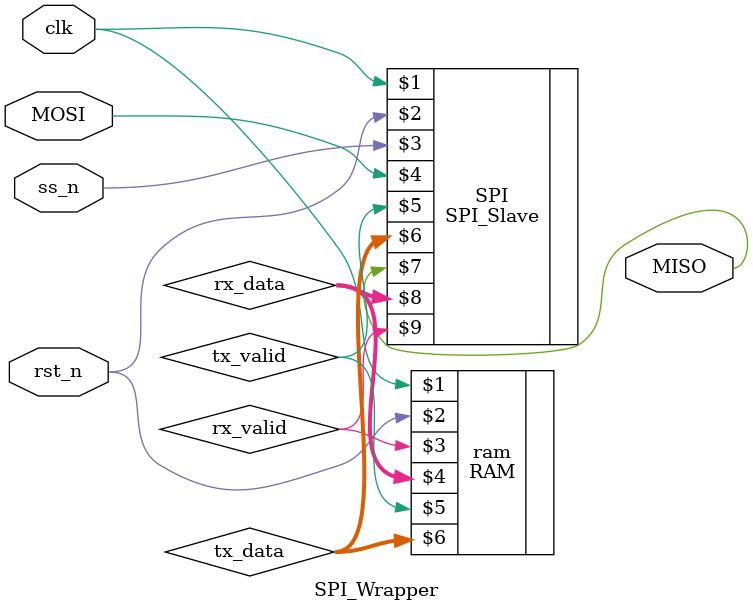
<source format=v>
module SPI_Wrapper (clk,rst_n,MOSI,ss_n,MISO);
    parameter MEM_DEPTH = 256;
    parameter ADDR_SIZE = 8;
    parameter IDLE = 3'b000;
    parameter CHK_CMD = 3'b001;
    parameter WRITE = 3'b010;
    parameter READ_ADD = 3'b011;
    parameter READ_DATA = 3'b100;

    input clk , rst_n , MOSI , ss_n;
    output MISO;
    wire rx_valid , tx_valid;
    wire [7:0] tx_data;
    wire [9:0] rx_data;

    SPI_Slave #(IDLE,CHK_CMD,WRITE,READ_ADD,READ_DATA) SPI(clk,rst_n,ss_n,MOSI,tx_valid,tx_data,MISO,rx_data,rx_valid);
    RAM #(MEM_DEPTH,ADDR_SIZE) ram(clk, rst_n, rx_valid, rx_data, tx_valid, tx_data);
    
endmodule
</source>
